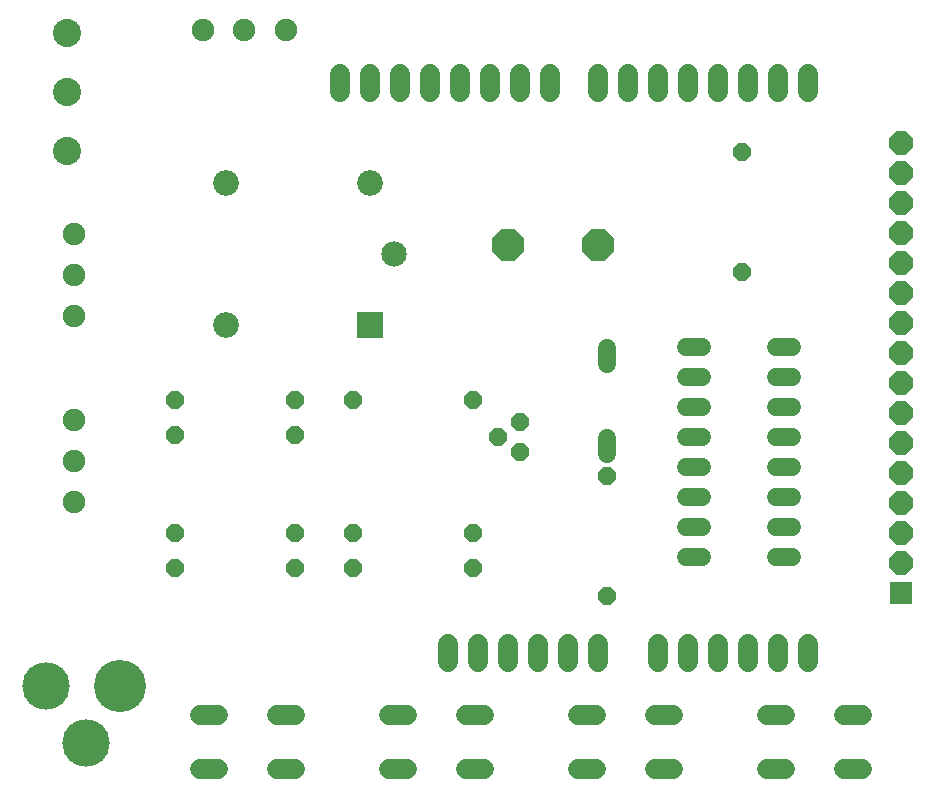
<source format=gbr>
G04 EAGLE Gerber RS-274X export*
G75*
%MOMM*%
%FSLAX34Y34*%
%LPD*%
%INSoldermask Bottom*%
%IPPOS*%
%AMOC8*
5,1,8,0,0,1.08239X$1,22.5*%
G01*
%ADD10R,2.183200X2.183200*%
%ADD11C,2.138200*%
%ADD12C,2.183200*%
%ADD13C,1.524000*%
%ADD14C,4.419200*%
%ADD15C,4.019200*%
%ADD16C,1.727200*%
%ADD17P,2.144431X8X202.500000*%
%ADD18R,1.981200X1.981200*%
%ADD19P,1.649562X8X112.500000*%
%ADD20P,1.649562X8X202.500000*%
%ADD21C,2.387600*%
%ADD22P,1.649562X8X22.500000*%
%ADD23P,2.969212X8X22.500000*%
%ADD24C,1.903200*%


D10*
X264200Y303220D03*
D11*
X284200Y363220D03*
D12*
X264200Y423220D03*
X142200Y423220D03*
X142200Y303220D03*
D13*
X464820Y207264D02*
X464820Y194056D01*
X464820Y270256D02*
X464820Y283464D01*
X608076Y106680D02*
X621284Y106680D01*
X621284Y132080D02*
X608076Y132080D01*
X608076Y157480D02*
X621284Y157480D01*
X621284Y182880D02*
X608076Y182880D01*
X608076Y208280D02*
X621284Y208280D01*
X621284Y233680D02*
X608076Y233680D01*
X608076Y259080D02*
X621284Y259080D01*
X621284Y284480D02*
X608076Y284480D01*
X545084Y284480D02*
X531876Y284480D01*
X531876Y259080D02*
X545084Y259080D01*
X545084Y233680D02*
X531876Y233680D01*
X531876Y208280D02*
X545084Y208280D01*
X545084Y182880D02*
X531876Y182880D01*
X531876Y157480D02*
X545084Y157480D01*
X545084Y132080D02*
X531876Y132080D01*
X531876Y106680D02*
X545084Y106680D01*
D14*
X52180Y-2540D03*
D15*
X-10320Y-2540D03*
X23680Y-50540D03*
D16*
X635000Y500380D02*
X635000Y515620D01*
X609600Y515620D02*
X609600Y500380D01*
X584200Y500380D02*
X584200Y515620D01*
X558800Y515620D02*
X558800Y500380D01*
X533400Y500380D02*
X533400Y515620D01*
X508000Y515620D02*
X508000Y500380D01*
X482600Y500380D02*
X482600Y515620D01*
X457200Y515620D02*
X457200Y500380D01*
X238760Y500380D02*
X238760Y515620D01*
X264160Y515620D02*
X264160Y500380D01*
X289560Y500380D02*
X289560Y515620D01*
X314960Y515620D02*
X314960Y500380D01*
X340360Y500380D02*
X340360Y515620D01*
X365760Y515620D02*
X365760Y500380D01*
X391160Y500380D02*
X391160Y515620D01*
X416560Y515620D02*
X416560Y500380D01*
X635000Y33020D02*
X635000Y17780D01*
X609600Y17780D02*
X609600Y33020D01*
X584200Y33020D02*
X584200Y17780D01*
X558800Y17780D02*
X558800Y33020D01*
X533400Y33020D02*
X533400Y17780D01*
X508000Y17780D02*
X508000Y33020D01*
X457200Y33020D02*
X457200Y17780D01*
X431800Y17780D02*
X431800Y33020D01*
X406400Y33020D02*
X406400Y17780D01*
X381000Y17780D02*
X381000Y33020D01*
X355600Y33020D02*
X355600Y17780D01*
X330200Y17780D02*
X330200Y33020D01*
D17*
X713740Y101600D03*
D18*
X713740Y76200D03*
D17*
X713740Y127000D03*
X713740Y152400D03*
X713740Y177800D03*
X713740Y203200D03*
X713740Y228600D03*
X713740Y254000D03*
X713740Y279400D03*
X713740Y304800D03*
X713740Y330200D03*
X713740Y355600D03*
X713740Y381000D03*
X713740Y406400D03*
X713740Y431800D03*
X713740Y457200D03*
D19*
X464820Y73660D03*
X464820Y175260D03*
D20*
X200800Y240000D03*
X99200Y240000D03*
D21*
X7620Y550380D03*
X7620Y500380D03*
X7620Y450380D03*
D20*
X350800Y240000D03*
X249200Y240000D03*
D19*
X579120Y347980D03*
X579120Y449580D03*
D20*
X350800Y127000D03*
X249200Y127000D03*
X350800Y97000D03*
X249200Y97000D03*
D22*
X99200Y97000D03*
X200800Y97000D03*
X99200Y127000D03*
X200800Y127000D03*
D20*
X200800Y210000D03*
X99200Y210000D03*
D16*
X599868Y-27394D02*
X615108Y-27394D01*
X664892Y-27394D02*
X680132Y-27394D01*
X615108Y-72606D02*
X599868Y-72606D01*
X664892Y-72606D02*
X680132Y-72606D01*
X455108Y-27394D02*
X439868Y-27394D01*
X504892Y-27394D02*
X520132Y-27394D01*
X455108Y-72606D02*
X439868Y-72606D01*
X504892Y-72606D02*
X520132Y-72606D01*
X295108Y-27394D02*
X279868Y-27394D01*
X344892Y-27394D02*
X360132Y-27394D01*
X295108Y-72606D02*
X279868Y-72606D01*
X344892Y-72606D02*
X360132Y-72606D01*
X135108Y-27394D02*
X119868Y-27394D01*
X184892Y-27394D02*
X200132Y-27394D01*
X135108Y-72606D02*
X119868Y-72606D01*
X184892Y-72606D02*
X200132Y-72606D01*
D23*
X381000Y370840D03*
X457200Y370840D03*
D19*
X391160Y220980D03*
X372110Y208280D03*
X391160Y195580D03*
D24*
X13700Y310440D03*
X13700Y345440D03*
X13700Y380440D03*
X13700Y152960D03*
X13700Y187960D03*
X13700Y222960D03*
X122480Y552720D03*
X157480Y552720D03*
X192480Y552720D03*
M02*

</source>
